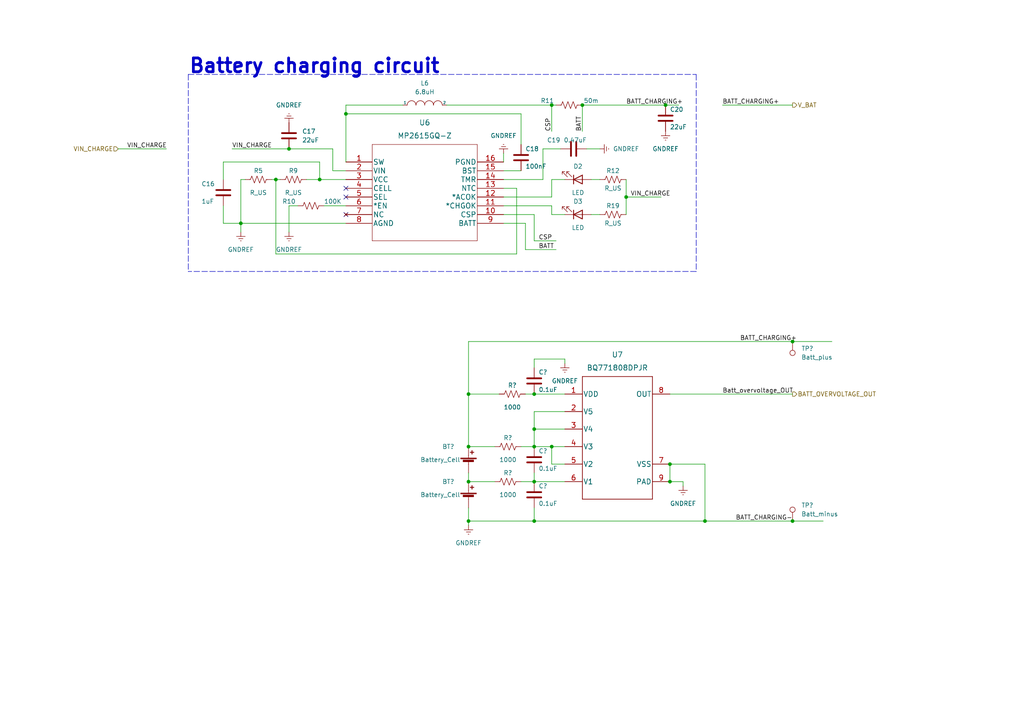
<source format=kicad_sch>
(kicad_sch (version 20211123) (generator eeschema)
  (paper "A4")
  (lib_symbols
    (symbol "BQ771808DPJR:BQ771808DPJR" (pin_names (offset 0.254))
      (property "Reference" "U" (at 0 2.54 0))
      (property "Value" "BQ771808DPJR" (at 0 0 0))
      (symbol "BQ771808DPJR_1_1"
        (polyline (pts (xy -10.16 -17.78) (xy 10.16 -17.78)) (stroke (width 0.2032)))
        (polyline (pts (xy -10.16 17.78) (xy -10.16 -17.78)) (stroke (width 0.2032)))
        (polyline (pts (xy 10.16 -17.78) (xy 10.16 17.78)) (stroke (width 0.2032)))
        (polyline (pts (xy 10.16 17.78) (xy -10.16 17.78)) (stroke (width 0.2032)))
        (pin power_in line (at -15.24 12.7 0) (length 5.08) (name "VDD") (number "1"))
        (pin input line (at -15.24 7.62 0) (length 5.08) (name "V5") (number "2"))
        (pin input line (at -15.24 2.54 0) (length 5.08) (name "V4") (number "3"))
        (pin input line (at -15.24 -2.54 0) (length 5.08) (name "V3") (number "4"))
        (pin input line (at -15.24 -7.62 0) (length 5.08) (name "V2") (number "5"))
        (pin input line (at -15.24 -12.7 0) (length 5.08) (name "V1") (number "6"))
        (pin power_in line (at 15.24 -7.62 180) (length 5.08) (name "VSS") (number "7"))
        (pin output line (at 15.24 12.7 180) (length 5.08) (name "OUT") (number "8"))
        (pin unspecified line (at 15.24 -12.7 180) (length 5.08) (name "PAD") (number "9"))
      )
    )
    (symbol "Connector:TestPoint" (pin_numbers hide) (pin_names (offset 0.762) hide)
      (property "Reference" "TP" (at 0 6.858 0))
      (property "Value" "TestPoint" (at 0 5.08 0))
      (symbol "TestPoint_0_1"
        (circle (center 0 3.302) (radius 0.762))
      )
      (symbol "TestPoint_1_1"
        (pin passive line (at 0 0 90) (length 2.54) (name "1") (number "1"))
      )
    )
    (symbol "Device:Battery_Cell" (pin_numbers hide) (pin_names (offset 0) hide)
      (property "Reference" "BT" (at 2.54 2.54 0))
      (property "Value" "Battery_Cell" (at 2.54 0 0))
      (symbol "Battery_Cell_0_1"
        (rectangle (start -2.286 1.778) (end 2.286 1.524) (fill (type outline)))
        (rectangle (start -1.5748 1.1938) (end 1.4732 0.6858) (fill (type outline)))
        (polyline (pts (xy 0 0.762) (xy 0 0)))
        (polyline (pts (xy 0 1.778) (xy 0 2.54)))
        (polyline (pts (xy 0.508 3.429) (xy 1.524 3.429)) (stroke (width 0.254)))
        (polyline (pts (xy 1.016 3.937) (xy 1.016 2.921)) (stroke (width 0.254)))
      )
      (symbol "Battery_Cell_1_1"
        (pin passive line (at 0 5.08 270) (length 2.54) (name "+") (number "1"))
        (pin passive line (at 0 -2.54 90) (length 2.54) (name "-") (number "2"))
      )
    )
    (symbol "Device:C" (pin_numbers hide) (pin_names (offset 0.254))
      (property "Reference" "C" (at 0.635 2.54 0))
      (property "Value" "C" (at 0.635 -2.54 0))
      (symbol "C_0_1"
        (polyline (pts (xy -2.032 -0.762) (xy 2.032 -0.762)) (stroke (width 0.508)))
        (polyline (pts (xy -2.032 0.762) (xy 2.032 0.762)) (stroke (width 0.508)))
      )
      (symbol "C_1_1"
        (pin passive line (at 0 3.81 270) (length 2.794) (name "~") (number "1"))
        (pin passive line (at 0 -3.81 90) (length 2.794) (name "~") (number "2"))
      )
    )
    (symbol "Device:LED" (pin_numbers hide) (pin_names (offset 1.016) hide)
      (property "Reference" "D" (at 0 2.54 0))
      (property "Value" "LED" (at 0 -2.54 0))
      (symbol "LED_0_1"
        (polyline (pts (xy -1.27 -1.27) (xy -1.27 1.27)) (stroke (width 0.254)))
        (polyline (pts (xy -1.27 0) (xy 1.27 0)))
        (polyline (pts (xy 1.27 -1.27) (xy 1.27 1.27) (xy -1.27 0) (xy 1.27 -1.27)) (stroke (width 0.254)))
        (polyline (pts (xy -3.048 -0.762) (xy -4.572 -2.286) (xy -3.81 -2.286) (xy -4.572 -2.286) (xy -4.572 -1.524)))
        (polyline (pts (xy -1.778 -0.762) (xy -3.302 -2.286) (xy -2.54 -2.286) (xy -3.302 -2.286) (xy -3.302 -1.524)))
      )
      (symbol "LED_1_1"
        (pin passive line (at -3.81 0 0) (length 2.54) (name "K") (number "1"))
        (pin passive line (at 3.81 0 180) (length 2.54) (name "A") (number "2"))
      )
    )
    (symbol "Device:R_US" (pin_numbers hide) (pin_names (offset 0))
      (property "Reference" "R" (at 2.54 0 90))
      (property "Value" "R_US" (at -2.54 0 90))
      (symbol "R_US_0_1"
        (polyline (pts (xy 0 -2.286) (xy 0 -2.54)))
        (polyline (pts (xy 0 2.286) (xy 0 2.54)))
        (polyline (pts (xy 0 -0.762) (xy 1.016 -1.143) (xy 0 -1.524) (xy -1.016 -1.905) (xy 0 -2.286)))
        (polyline (pts (xy 0 0.762) (xy 1.016 0.381) (xy 0 0) (xy -1.016 -0.381) (xy 0 -0.762)))
        (polyline (pts (xy 0 2.286) (xy 1.016 1.905) (xy 0 1.524) (xy -1.016 1.143) (xy 0 0.762)))
      )
      (symbol "R_US_1_1"
        (pin passive line (at 0 3.81 270) (length 1.27) (name "~") (number "1"))
        (pin passive line (at 0 -3.81 90) (length 1.27) (name "~") (number "2"))
      )
    )
    (symbol "MP2615GQ-Z:MP2615GQ-Z" (pin_names (offset 0.254))
      (property "Reference" "U" (at 22.86 10.16 0))
      (property "Value" "MP2615GQ-Z" (at 22.86 7.62 0))
      (symbol "MP2615GQ-Z_1_1"
        (polyline (pts (xy 7.62 -22.86) (xy 38.1 -22.86)) (stroke (width 0.127)))
        (polyline (pts (xy 7.62 5.08) (xy 7.62 -22.86)) (stroke (width 0.127)))
        (polyline (pts (xy 38.1 -22.86) (xy 38.1 5.08)) (stroke (width 0.127)))
        (polyline (pts (xy 38.1 5.08) (xy 7.62 5.08)) (stroke (width 0.127)))
        (pin output line (at 0 0 0) (length 7.62) (name "SW") (number "1"))
        (pin input line (at 45.72 -15.24 180) (length 7.62) (name "CSP") (number "10"))
        (pin unspecified line (at 45.72 -12.7 180) (length 7.62) (name "*CHGOK") (number "11"))
        (pin input line (at 45.72 -10.16 180) (length 7.62) (name "*ACOK") (number "12"))
        (pin input line (at 45.72 -7.62 180) (length 7.62) (name "NTC") (number "13"))
        (pin unspecified line (at 45.72 -5.08 180) (length 7.62) (name "TMR") (number "14"))
        (pin unspecified line (at 45.72 -2.54 180) (length 7.62) (name "BST") (number "15"))
        (pin power_in line (at 45.72 0 180) (length 7.62) (name "PGND") (number "16"))
        (pin power_in line (at 0 -2.54 0) (length 7.62) (name "VIN") (number "2"))
        (pin power_in line (at 0 -5.08 0) (length 7.62) (name "VCC") (number "3"))
        (pin input line (at 0 -7.62 0) (length 7.62) (name "CELL") (number "4"))
        (pin input line (at 0 -10.16 0) (length 7.62) (name "SEL") (number "5"))
        (pin bidirectional line (at 0 -12.7 0) (length 7.62) (name "*EN") (number "6"))
        (pin no_connect line (at 0 -15.24 0) (length 7.62) (name "NC") (number "7"))
        (pin power_in line (at 0 -17.78 0) (length 7.62) (name "AGND") (number "8"))
        (pin power_in line (at 45.72 -17.78 180) (length 7.62) (name "BATT") (number "9"))
      )
    )
    (symbol "power:GNDREF" (power) (pin_names (offset 0))
      (property "Value" "GNDREF" (at 0 -3.81 0))
      (symbol "GNDREF_0_1"
        (polyline (pts (xy -0.635 -1.905) (xy 0.635 -1.905)))
        (polyline (pts (xy -0.127 -2.54) (xy 0.127 -2.54)))
        (polyline (pts (xy 0 -1.27) (xy 0 0)))
        (polyline (pts (xy 1.27 -1.27) (xy -1.27 -1.27)))
      )
      (symbol "GNDREF_1_1"
        (pin power_in line (at 0 0 270) (length 0) hide (name "GNDREF") (number "1"))
      )
    )
    (symbol "pspice:INDUCTOR" (pin_numbers hide) (pin_names (offset 0))
      (property "Reference" "L" (at 0 2.54 0))
      (property "Value" "INDUCTOR" (at 0 -1.27 0))
      (symbol "INDUCTOR_0_1"
        (arc (start -2.54 0) (mid -3.81 1.27) (end -5.08 0))
        (arc (start 0 0) (mid -1.27 1.27) (end -2.54 0))
        (arc (start 2.54 0) (mid 1.27 1.27) (end 0 0))
        (arc (start 5.08 0) (mid 3.81 1.27) (end 2.54 0))
      )
      (symbol "INDUCTOR_1_1"
        (pin input line (at -6.35 0 0) (length 1.27) (name "1") (number "1"))
        (pin input line (at 6.35 0 180) (length 1.27) (name "2") (number "2"))
      )
    )
  )
  (junction (at 80.01 52.07))
  (junction (at 194.31 134.62))
  (junction (at 135.89 129.54))
  (junction (at 154.94 124.46))
  (junction (at 194.31 139.7))
  (junction (at 69.85 64.77))
  (junction (at 154.94 129.54))
  (junction (at 160.02 129.54))
  (junction (at 154.94 139.7))
  (junction (at 154.94 151.13))
  (junction (at 154.94 114.3))
  (junction (at 229.87 99.06))
  (junction (at 181.61 57.15))
  (junction (at 229.87 151.13))
  (junction (at 160.02 30.48))
  (junction (at 168.91 30.48))
  (junction (at 193.04 30.48))
  (junction (at 204.47 151.13))
  (junction (at 135.89 151.13))
  (junction (at 135.89 114.3))
  (junction (at 92.71 52.07))
  (junction (at 135.89 139.7))
  (junction (at 83.82 43.18))
  (junction (at 100.33 33.02))
  (no_connect (at 100.33 54.61))
  (no_connect (at 100.33 62.23))
  (no_connect (at 100.33 57.15))
  (wire (pts (xy 151.13 129.54) (xy 154.94 129.54)))
  (wire (pts (xy 160.02 129.54) (xy 163.83 129.54)))
  (wire (pts (xy 163.83 124.46) (xy 154.94 124.46)))
  (wire (pts (xy 152.4 72.39) (xy 161.29 72.39)))
  (wire (pts (xy 160.02 134.62) (xy 160.02 129.54)))
  (wire (pts (xy 154.94 104.14) (xy 163.83 104.14)))
  (wire (pts (xy 154.94 151.13) (xy 204.47 151.13)))
  (polyline (pts (xy 54.61 21.59) (xy 54.61 78.74)))
  (wire (pts (xy 146.05 57.15) (xy 160.02 57.15)))
  (wire (pts (xy 154.94 114.3) (xy 163.83 114.3)))
  (wire (pts (xy 80.01 73.66) (xy 80.01 52.07)))
  (wire (pts (xy 154.94 151.13) (xy 135.89 151.13)))
  (wire (pts (xy 146.05 64.77) (xy 152.4 64.77)))
  (wire (pts (xy 69.85 64.77) (xy 100.33 64.77)))
  (wire (pts (xy 100.33 49.53) (xy 96.52 49.53)))
  (wire (pts (xy 160.02 38.1) (xy 160.02 30.48)))
  (wire (pts (xy 229.87 99.06) (xy 241.3 99.06)))
  (wire (pts (xy 146.05 52.07) (xy 157.48 52.07)))
  (wire (pts (xy 135.89 99.06) (xy 135.89 114.3)))
  (wire (pts (xy 181.61 57.15) (xy 181.61 62.23)))
  (wire (pts (xy 92.71 46.99) (xy 64.77 46.99)))
  (wire (pts (xy 93.98 59.69) (xy 100.33 59.69)))
  (wire (pts (xy 163.83 134.62) (xy 160.02 134.62)))
  (wire (pts (xy 152.4 64.77) (xy 152.4 72.39)))
  (wire (pts (xy 96.52 49.53) (xy 96.52 43.18)))
  (wire (pts (xy 154.94 119.38) (xy 154.94 124.46)))
  (wire (pts (xy 64.77 64.77) (xy 69.85 64.77)))
  (wire (pts (xy 204.47 151.13) (xy 229.87 151.13)))
  (wire (pts (xy 157.48 43.18) (xy 162.56 43.18)))
  (wire (pts (xy 135.89 129.54) (xy 143.51 129.54)))
  (wire (pts (xy 100.33 33.02) (xy 100.33 30.48)))
  (wire (pts (xy 163.83 119.38) (xy 154.94 119.38)))
  (wire (pts (xy 34.29 43.18) (xy 48.26 43.18)))
  (wire (pts (xy 154.94 129.54) (xy 160.02 129.54)))
  (polyline (pts (xy 54.61 21.59) (xy 201.93 21.59)))
  (wire (pts (xy 194.31 139.7) (xy 198.12 139.7)))
  (wire (pts (xy 144.78 114.3) (xy 135.89 114.3)))
  (wire (pts (xy 129.54 30.48) (xy 160.02 30.48)))
  (wire (pts (xy 160.02 30.48) (xy 161.29 30.48)))
  (wire (pts (xy 181.61 57.15) (xy 191.77 57.15)))
  (wire (pts (xy 168.91 30.48) (xy 168.91 38.1)))
  (wire (pts (xy 92.71 52.07) (xy 100.33 52.07)))
  (wire (pts (xy 146.05 59.69) (xy 160.02 59.69)))
  (wire (pts (xy 168.91 30.48) (xy 193.04 30.48)))
  (wire (pts (xy 194.31 114.3) (xy 229.87 114.3)))
  (wire (pts (xy 170.18 43.18) (xy 173.99 43.18)))
  (wire (pts (xy 100.33 46.99) (xy 100.33 33.02)))
  (wire (pts (xy 198.12 139.7) (xy 198.12 140.97)))
  (wire (pts (xy 154.94 69.85) (xy 161.29 69.85)))
  (wire (pts (xy 83.82 59.69) (xy 86.36 59.69)))
  (wire (pts (xy 151.13 139.7) (xy 154.94 139.7)))
  (wire (pts (xy 64.77 46.99) (xy 64.77 52.07)))
  (wire (pts (xy 135.89 114.3) (xy 135.89 129.54)))
  (wire (pts (xy 83.82 59.69) (xy 83.82 67.31)))
  (polyline (pts (xy 201.93 78.74) (xy 54.61 78.74)))
  (wire (pts (xy 152.4 114.3) (xy 154.94 114.3)))
  (wire (pts (xy 160.02 52.07) (xy 160.02 57.15)))
  (polyline (pts (xy 201.93 21.59) (xy 201.93 78.74)))
  (wire (pts (xy 171.45 62.23) (xy 173.99 62.23)))
  (wire (pts (xy 163.83 62.23) (xy 160.02 62.23)))
  (wire (pts (xy 154.94 124.46) (xy 154.94 129.54)))
  (wire (pts (xy 83.82 43.18) (xy 96.52 43.18)))
  (wire (pts (xy 80.01 73.66) (xy 149.86 73.66)))
  (wire (pts (xy 151.13 41.91) (xy 151.13 33.02)))
  (wire (pts (xy 157.48 52.07) (xy 157.48 43.18)))
  (wire (pts (xy 80.01 52.07) (xy 81.28 52.07)))
  (wire (pts (xy 151.13 33.02) (xy 100.33 33.02)))
  (wire (pts (xy 135.89 147.32) (xy 135.89 151.13)))
  (wire (pts (xy 135.89 137.16) (xy 135.89 139.7)))
  (wire (pts (xy 163.83 52.07) (xy 160.02 52.07)))
  (wire (pts (xy 204.47 134.62) (xy 204.47 151.13)))
  (wire (pts (xy 154.94 147.32) (xy 154.94 151.13)))
  (wire (pts (xy 88.9 52.07) (xy 92.71 52.07)))
  (wire (pts (xy 154.94 106.68) (xy 154.94 104.14)))
  (wire (pts (xy 194.31 134.62) (xy 204.47 134.62)))
  (wire (pts (xy 146.05 44.45) (xy 146.05 46.99)))
  (wire (pts (xy 181.61 52.07) (xy 181.61 57.15)))
  (wire (pts (xy 163.83 104.14) (xy 163.83 105.41)))
  (wire (pts (xy 160.02 62.23) (xy 160.02 59.69)))
  (wire (pts (xy 135.89 151.13) (xy 135.89 152.4)))
  (wire (pts (xy 146.05 54.61) (xy 149.86 54.61)))
  (wire (pts (xy 92.71 46.99) (xy 92.71 52.07)))
  (wire (pts (xy 193.04 30.48) (xy 196.85 30.48)))
  (wire (pts (xy 64.77 59.69) (xy 64.77 64.77)))
  (wire (pts (xy 194.31 134.62) (xy 194.31 139.7)))
  (wire (pts (xy 154.94 137.16) (xy 154.94 139.7)))
  (wire (pts (xy 69.85 52.07) (xy 71.12 52.07)))
  (wire (pts (xy 78.74 52.07) (xy 80.01 52.07)))
  (wire (pts (xy 209.55 30.48) (xy 229.87 30.48)))
  (wire (pts (xy 100.33 30.48) (xy 116.84 30.48)))
  (wire (pts (xy 229.87 151.13) (xy 238.76 151.13)))
  (wire (pts (xy 171.45 52.07) (xy 173.99 52.07)))
  (wire (pts (xy 69.85 52.07) (xy 69.85 64.77)))
  (wire (pts (xy 67.31 43.18) (xy 83.82 43.18)))
  (wire (pts (xy 149.86 54.61) (xy 149.86 73.66)))
  (wire (pts (xy 146.05 49.53) (xy 151.13 49.53)))
  (wire (pts (xy 135.89 99.06) (xy 229.87 99.06)))
  (wire (pts (xy 154.94 62.23) (xy 154.94 69.85)))
  (wire (pts (xy 69.85 67.31) (xy 69.85 64.77)))
  (wire (pts (xy 135.89 139.7) (xy 143.51 139.7)))
  (wire (pts (xy 154.94 139.7) (xy 163.83 139.7)))
  (wire (pts (xy 146.05 62.23) (xy 154.94 62.23)))
  (text "Battery charging circuit\n" (at 54.61 21.59 0) (effects (font (size 4 4) (thickness 0.8) bold) (justify left bottom)))
  (label "VIN_CHARGE" (at 182.88 57.15 0))
  (label "VIN_CHARGE" (at 67.31 43.18 0))
  (label "VIN_CHARGE" (at 36.83 43.18 0))
  (label "BATT" (at 168.91 38.1 90))
  (label "CSP" (at 160.02 38.1 90))
  (label "Batt_overvoltage_OUT" (at 209.55 114.3 0))
  (label "BATT" (at 156.21 72.39 0))
  (label "BATT_CHARGING+" (at 209.55 30.48 0))
  (label "BATT_CHARGING+" (at 181.61 30.48 0))
  (label "CSP" (at 156.21 69.85 0))
  (label "BATT_CHARGING+" (at 214.63 99.06 0))
  (label "BATT_CHARGING-" (at 213.36 151.13 0))
  (hierarchical_label "BATT_OVERVOLTAGE_OUT" (shape output) (at 229.87 114.3 0))
  (hierarchical_label "VIN_CHARGE" (shape input) (at 34.29 43.18 180))
  (hierarchical_label "V_BAT" (shape output) (at 229.87 30.48 0))
  (symbol (lib_id "Device:C") (at 193.04 34.29 0) (unit 1)
    (property "Reference" "C20" (at 194.31 31.75 0) (effects (justify left)))
    (property "Value" "22uF" (at 194.31 36.83 0) (effects (justify left)))
  )
  (symbol (lib_id "Device:R_US") (at 90.17 59.69 270) (unit 1)
    (property "Reference" "R10" (at 83.82 58.42 90))
    (property "Value" "100K" (at 96.52 58.42 90))
  )
  (symbol (lib_id "MP2615GQ-Z:MP2615GQ-Z") (at 100.33 46.99 0) (unit 1)
    (property "Reference" "U6" (at 123.19 35.56 0) (effects (font (size 1.524 1.524))))
    (property "Value" "MP2615GQ-Z" (at 123.19 39.37 0) (effects (font (size 1.524 1.524))))
    (property "Footprint" "QFN-3x3_MP2615_MNP" (effects hide))
    (property "Datasheet" "https://www.monolithicpower.com/en/documentview/productdocument/index/version/2/document_type/datasheet/lang/en/sku/MP2615GQ-Z/document_id/1423" (effects hide))
    (property "URL" "https://www.digikey.ca/fr/products/detail/monolithic-power-systems-inc/MP2615GQ-Z/5292167" (effects hide))
    (property "MPN" "MP2615GQ-Z" (effects hide))
  )
  (symbol (lib_id "Device:C") (at 154.94 143.51 0) (unit 1)
    (property "Reference" "C?" (at 156.21 140.97 0) (effects (justify left)))
    (property "Value" "0.1uF" (at 156.21 146.05 0) (effects (justify left)))
  )
  (symbol (lib_id "Device:R_US") (at 85.09 52.07 270) (unit 1)
    (property "Reference" "R9" (at 85.09 49.53 90))
    (property "Value" "R_US" (at 85.09 55.88 90))
  )
  (symbol (lib_id "Device:R_US") (at 177.8 62.23 270) (unit 1)
    (property "Reference" "R19" (at 177.8 59.69 90))
    (property "Value" "R_US" (at 177.8 64.77 90))
  )
  (symbol (lib_id "power:GNDREF") (at 83.82 67.31 0) (unit 1)
    (property "Reference" "#PWR056" (effects hide))
    (property "Value" "GNDREF" (at 80.01 72.39 0) (effects (justify left)))
  )
  (symbol (lib_id "Device:C") (at 64.77 55.88 0) (unit 1)
    (property "Reference" "C16" (at 58.42 53.34 0) (effects (justify left)))
    (property "Value" "1uF" (at 58.42 58.42 0) (effects (justify left)))
  )
  (symbol (lib_id "pspice:INDUCTOR") (at 123.19 30.48 0) (unit 1)
    (property "Reference" "L6" (at 123.19 24.13 0))
    (property "Value" "6.8uH" (at 123.19 26.67 0))
  )
  (symbol (lib_id "power:GNDREF") (at 193.04 38.1 0) (unit 1)
    (property "Reference" "#PWR059" (effects hide))
    (property "Value" "GNDREF" (at 189.23 43.18 0) (effects (justify left)))
  )
  (symbol (lib_id "Device:R_US") (at 177.8 52.07 270) (unit 1)
    (property "Reference" "R12" (at 177.8 49.53 90))
    (property "Value" "R_US" (at 177.8 54.61 90))
  )
  (symbol (lib_id "power:GNDREF") (at 163.83 105.41 0) (unit 1)
    (property "Reference" "#PWR?" (effects hide))
    (property "Value" "GNDREF" (at 163.83 110.49 0))
  )
  (symbol (lib_id "power:GNDREF") (at 173.99 43.18 90) (unit 1)
    (property "Reference" "#PWR058" (effects hide))
    (property "Value" "GNDREF" (at 177.8 43.1799 90) (effects (justify right)))
  )
  (symbol (lib_id "Device:R_US") (at 74.93 52.07 270) (unit 1)
    (property "Reference" "R5" (at 74.93 49.53 90))
    (property "Value" "R_US" (at 74.93 55.88 90))
  )
  (symbol (lib_id "Device:C") (at 154.94 110.49 0) (unit 1)
    (property "Reference" "C?" (at 156.21 107.95 0) (effects (justify left)))
    (property "Value" "0.1uF" (at 156.21 113.03 0) (effects (justify left)))
  )
  (symbol (lib_id "Device:C") (at 151.13 45.72 0) (unit 1)
    (property "Reference" "C18" (at 152.4 43.18 0) (effects (justify left)))
    (property "Value" "100nF" (at 152.4 48.26 0) (effects (justify left)))
  )
  (symbol (lib_id "Device:LED") (at 167.64 62.23 0) (mirror x) (unit 1)
    (property "Reference" "D3" (at 167.64 58.42 0))
    (property "Value" "LED" (at 167.64 66.04 0))
  )
  (symbol (lib_id "BQ771808DPJR:BQ771808DPJR") (at 179.07 127 0) (unit 1)
    (property "Reference" "U7" (at 179.07 102.87 0) (effects (font (size 1.524 1.524))))
    (property "Value" "BQ771808DPJR" (at 179.07 106.68 0) (effects (font (size 1.524 1.524))))
    (property "Footprint" "DPJ0008A" (effects hide))
    (property "Datasheet" "https://www.ti.com/general/docs/suppproductinfo.tsp?distId=10&gotoUrl=https%3A%2F%2Fwww.ti.com%2Flit%2Fgpn%2Fbq7718" (effects hide))
    (property "URL" "https://www.digikey.ca/fr/products/detail/texas-instruments/BQ771808DPJR/4457988" (effects hide))
    (property "MPN" "BQ771808DPJR" (effects hide))
  )
  (symbol (lib_id "Device:R_US") (at 165.1 30.48 270) (unit 1)
    (property "Reference" "R11" (at 158.75 29.21 90))
    (property "Value" "50m" (at 171.45 29.21 90))
    (property "Description " "RS1" (effects hide))
  )
  (symbol (lib_id "power:GNDREF") (at 69.85 67.31 0) (unit 1)
    (property "Reference" "#PWR054" (effects hide))
    (property "Value" "GNDREF" (at 66.04 72.39 0) (effects (justify left)))
  )
  (symbol (lib_id "Device:R_US") (at 147.32 139.7 270) (unit 1)
    (property "Reference" "R?" (at 147.32 137.16 90))
    (property "Value" "1000" (at 147.32 143.51 90))
  )
  (symbol (lib_id "Device:C") (at 166.37 43.18 90) (unit 1)
    (property "Reference" "C19" (at 162.56 40.64 90) (effects (justify left)))
    (property "Value" "0.47uF" (at 170.18 40.64 90) (effects (justify left)))
  )
  (symbol (lib_id "power:GNDREF") (at 198.12 140.97 0) (unit 1)
    (property "Reference" "#PWR?" (effects hide))
    (property "Value" "GNDREF" (at 198.12 146.05 0))
  )
  (symbol (lib_id "Device:LED") (at 167.64 52.07 0) (mirror x) (unit 1)
    (property "Reference" "D2" (at 167.64 48.26 0))
    (property "Value" "LED" (at 167.64 55.88 0))
  )
  (symbol (lib_id "power:GNDREF") (at 135.89 152.4 0) (unit 1)
    (property "Reference" "#PWR?" (effects hide))
    (property "Value" "GNDREF" (at 135.89 157.48 0))
  )
  (symbol (lib_id "Device:C") (at 154.94 133.35 0) (unit 1)
    (property "Reference" "C?" (at 156.21 130.81 0) (effects (justify left)))
    (property "Value" "0.1uF" (at 156.21 135.89 0) (effects (justify left)))
  )
  (symbol (lib_id "Connector:TestPoint") (at 229.87 99.06 180) (unit 1)
    (property "Reference" "TP?" (at 232.41 101.0919 0) (effects (justify right)))
    (property "Value" "Batt_plus" (at 232.41 103.6319 0) (effects (justify right)))
  )
  (symbol (lib_id "Device:R_US") (at 148.59 114.3 270) (unit 1)
    (property "Reference" "R?" (at 148.59 111.76 90))
    (property "Value" "1000" (at 148.59 118.11 90))
  )
  (symbol (lib_id "Device:R_US") (at 147.32 129.54 270) (unit 1)
    (property "Reference" "R?" (at 147.32 127 90))
    (property "Value" "1000" (at 147.32 133.35 90))
  )
  (symbol (lib_id "Device:Battery_Cell") (at 135.89 134.62 0) (unit 1)
    (property "Reference" "BT?" (at 128.27 129.54 0) (effects (justify left)))
    (property "Value" "Battery_Cell" (at 121.92 133.35 0) (effects (justify left)))
    (property "Footprint" "Battery:BatteryHolder_Keystone_2462_2xAA" (effects hide))
  )
  (symbol (lib_id "power:GNDREF") (at 146.05 44.45 180) (unit 1)
    (property "Reference" "#PWR057" (effects hide))
    (property "Value" "GNDREF" (at 146.05 39.37 0))
  )
  (symbol (lib_id "power:GNDREF") (at 83.82 35.56 180) (unit 1)
    (property "Reference" "#PWR055" (effects hide))
    (property "Value" "GNDREF" (at 83.82 30.48 0))
  )
  (symbol (lib_id "Connector:TestPoint") (at 229.87 151.13 0) (unit 1)
    (property "Reference" "TP?" (at 232.41 146.5579 0) (effects (justify left)))
    (property "Value" "Batt_minus" (at 232.41 149.0979 0) (effects (justify left)))
  )
  (symbol (lib_id "Device:C") (at 83.82 39.37 180) (unit 1)
    (property "Reference" "C17" (at 87.63 38.0999 0) (effects (justify right)))
    (property "Value" "22uF" (at 87.63 40.6399 0) (effects (justify right)))
  )
  (symbol (lib_id "Device:Battery_Cell") (at 135.89 144.78 0) (unit 1)
    (property "Reference" "BT?" (at 128.27 139.7 0) (effects (justify left)))
    (property "Value" "Battery_Cell" (at 121.92 143.51 0) (effects (justify left)))
    (property "Footprint" "Battery:BatteryHolder_Keystone_2462_2xAA" (effects hide))
  )
)
</source>
